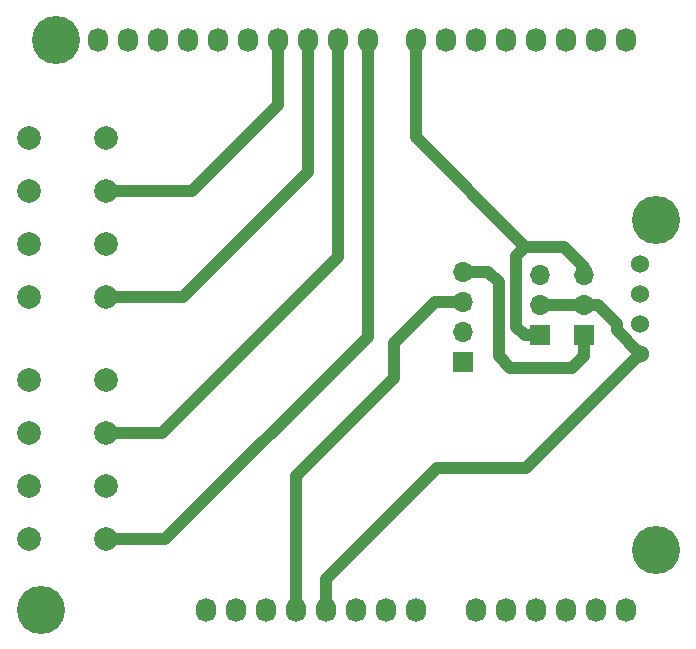
<source format=gbr>
%TF.GenerationSoftware,KiCad,Pcbnew,(5.1.9-0-10_14)*%
%TF.CreationDate,2021-08-16T13:27:39+08:00*%
%TF.ProjectId,arduino_oled_sonic,61726475-696e-46f5-9f6f-6c65645f736f,rev?*%
%TF.SameCoordinates,Original*%
%TF.FileFunction,Copper,L1,Top*%
%TF.FilePolarity,Positive*%
%FSLAX46Y46*%
G04 Gerber Fmt 4.6, Leading zero omitted, Abs format (unit mm)*
G04 Created by KiCad (PCBNEW (5.1.9-0-10_14)) date 2021-08-16 13:27:39*
%MOMM*%
%LPD*%
G01*
G04 APERTURE LIST*
%TA.AperFunction,ComponentPad*%
%ADD10O,1.700000X1.700000*%
%TD*%
%TA.AperFunction,ComponentPad*%
%ADD11R,1.700000X1.700000*%
%TD*%
%TA.AperFunction,ComponentPad*%
%ADD12C,2.000000*%
%TD*%
%TA.AperFunction,ComponentPad*%
%ADD13C,1.530000*%
%TD*%
%TA.AperFunction,ComponentPad*%
%ADD14O,1.727200X2.032000*%
%TD*%
%TA.AperFunction,ComponentPad*%
%ADD15C,4.064000*%
%TD*%
%TA.AperFunction,Conductor*%
%ADD16C,1.000000*%
%TD*%
G04 APERTURE END LIST*
D10*
%TO.P,J3,3*%
%TO.N,GND*%
X167248000Y-95535000D03*
%TO.P,J3,2*%
%TO.N,+5V*%
X167248000Y-98075000D03*
D11*
%TO.P,J3,1*%
%TO.N,/7*%
X167248000Y-100615000D03*
%TD*%
D10*
%TO.P,J2,3*%
%TO.N,/7*%
X170998000Y-95535000D03*
%TO.P,J2,2*%
%TO.N,+5V*%
X170998000Y-98075000D03*
D11*
%TO.P,J2,1*%
%TO.N,GND*%
X170998000Y-100615000D03*
%TD*%
D12*
%TO.P,SW4,1*%
%TO.N,GND*%
X130498000Y-113365000D03*
%TO.P,SW4,2*%
%TO.N,/8*%
X130498000Y-117865000D03*
%TO.P,SW4,1*%
%TO.N,GND*%
X123998000Y-113365000D03*
%TO.P,SW4,2*%
%TO.N,/8*%
X123998000Y-117865000D03*
%TD*%
%TO.P,SW3,1*%
%TO.N,GND*%
X130498000Y-104365000D03*
%TO.P,SW3,2*%
%TO.N,/9(\u002A\u002A)*%
X130498000Y-108865000D03*
%TO.P,SW3,1*%
%TO.N,GND*%
X123998000Y-104365000D03*
%TO.P,SW3,2*%
%TO.N,/9(\u002A\u002A)*%
X123998000Y-108865000D03*
%TD*%
%TO.P,SW2,1*%
%TO.N,GND*%
X130498000Y-92865000D03*
%TO.P,SW2,2*%
%TO.N,/10(\u002A\u002A/SS)*%
X130498000Y-97365000D03*
%TO.P,SW2,1*%
%TO.N,GND*%
X123998000Y-92865000D03*
%TO.P,SW2,2*%
%TO.N,/10(\u002A\u002A/SS)*%
X123998000Y-97365000D03*
%TD*%
%TO.P,SW1,1*%
%TO.N,GND*%
X130498000Y-83865000D03*
%TO.P,SW1,2*%
%TO.N,/11(\u002A\u002A/MOSI)*%
X130498000Y-88365000D03*
%TO.P,SW1,1*%
%TO.N,GND*%
X123998000Y-83865000D03*
%TO.P,SW1,2*%
%TO.N,/11(\u002A\u002A/MOSI)*%
X123998000Y-88365000D03*
%TD*%
D10*
%TO.P,J1,4*%
%TO.N,GND*%
X160748000Y-95245000D03*
%TO.P,J1,3*%
%TO.N,+3V3*%
X160748000Y-97785000D03*
%TO.P,J1,2*%
%TO.N,/A5(SCL)*%
X160748000Y-100325000D03*
D11*
%TO.P,J1,1*%
%TO.N,/A4(SDA)*%
X160748000Y-102865000D03*
%TD*%
D13*
%TO.P,U1,2*%
%TO.N,/12(MISO)*%
X175748000Y-99635000D03*
%TO.P,U1,3*%
%TO.N,/13(SCK)*%
X175748000Y-97095000D03*
%TO.P,U1,4*%
%TO.N,GND*%
X175748000Y-94555000D03*
%TO.P,U1,1*%
%TO.N,+5V*%
X175748000Y-102175000D03*
%TD*%
D14*
%TO.P,P1,1*%
%TO.N,Net-(P1-Pad1)*%
X138938000Y-123825000D03*
%TO.P,P1,2*%
%TO.N,/IOREF*%
X141478000Y-123825000D03*
%TO.P,P1,3*%
%TO.N,/Reset*%
X144018000Y-123825000D03*
%TO.P,P1,4*%
%TO.N,+3V3*%
X146558000Y-123825000D03*
%TO.P,P1,5*%
%TO.N,+5V*%
X149098000Y-123825000D03*
%TO.P,P1,6*%
%TO.N,GND*%
X151638000Y-123825000D03*
%TO.P,P1,7*%
X154178000Y-123825000D03*
%TO.P,P1,8*%
%TO.N,/Vin*%
X156718000Y-123825000D03*
%TD*%
%TO.P,P2,1*%
%TO.N,/A0*%
X161798000Y-123825000D03*
%TO.P,P2,2*%
%TO.N,/A1*%
X164338000Y-123825000D03*
%TO.P,P2,3*%
%TO.N,/A2*%
X166878000Y-123825000D03*
%TO.P,P2,4*%
%TO.N,/A3*%
X169418000Y-123825000D03*
%TO.P,P2,5*%
%TO.N,/A4(SDA)*%
X171958000Y-123825000D03*
%TO.P,P2,6*%
%TO.N,/A5(SCL)*%
X174498000Y-123825000D03*
%TD*%
%TO.P,P3,1*%
%TO.N,Net-(P3-Pad1)*%
X129794000Y-75565000D03*
%TO.P,P3,2*%
%TO.N,Net-(P3-Pad2)*%
X132334000Y-75565000D03*
%TO.P,P3,3*%
%TO.N,/AREF*%
X134874000Y-75565000D03*
%TO.P,P3,4*%
%TO.N,GND*%
X137414000Y-75565000D03*
%TO.P,P3,5*%
%TO.N,/13(SCK)*%
X139954000Y-75565000D03*
%TO.P,P3,6*%
%TO.N,/12(MISO)*%
X142494000Y-75565000D03*
%TO.P,P3,7*%
%TO.N,/11(\u002A\u002A/MOSI)*%
X145034000Y-75565000D03*
%TO.P,P3,8*%
%TO.N,/10(\u002A\u002A/SS)*%
X147574000Y-75565000D03*
%TO.P,P3,9*%
%TO.N,/9(\u002A\u002A)*%
X150114000Y-75565000D03*
%TO.P,P3,10*%
%TO.N,/8*%
X152654000Y-75565000D03*
%TD*%
%TO.P,P4,1*%
%TO.N,/7*%
X156718000Y-75565000D03*
%TO.P,P4,2*%
%TO.N,/6(\u002A\u002A)*%
X159258000Y-75565000D03*
%TO.P,P4,3*%
%TO.N,/5(\u002A\u002A)*%
X161798000Y-75565000D03*
%TO.P,P4,4*%
%TO.N,/4*%
X164338000Y-75565000D03*
%TO.P,P4,5*%
%TO.N,/3(\u002A\u002A)*%
X166878000Y-75565000D03*
%TO.P,P4,6*%
%TO.N,/2*%
X169418000Y-75565000D03*
%TO.P,P4,7*%
%TO.N,/1(Tx)*%
X171958000Y-75565000D03*
%TO.P,P4,8*%
%TO.N,/0(Rx)*%
X174498000Y-75565000D03*
%TD*%
D15*
%TO.P,P5,1*%
%TO.N,Net-(P5-Pad1)*%
X124968000Y-123825000D03*
%TD*%
%TO.P,P6,1*%
%TO.N,Net-(P6-Pad1)*%
X177038000Y-118745000D03*
%TD*%
%TO.P,P7,1*%
%TO.N,Net-(P7-Pad1)*%
X126238000Y-75565000D03*
%TD*%
%TO.P,P8,1*%
%TO.N,Net-(P8-Pad1)*%
X177038000Y-90805000D03*
%TD*%
D16*
%TO.N,+5V*%
X149098000Y-123825000D02*
X149098000Y-121265000D01*
X149098000Y-121265000D02*
X158498000Y-111865000D01*
X166058000Y-111865000D02*
X175748000Y-102175000D01*
X158498000Y-111865000D02*
X166058000Y-111865000D01*
X167248000Y-98075000D02*
X170998000Y-98075000D01*
X172200081Y-98075000D02*
X173748000Y-99622919D01*
X170998000Y-98075000D02*
X172200081Y-98075000D01*
X173748000Y-100175000D02*
X175748000Y-102175000D01*
X173748000Y-99622919D02*
X173748000Y-100175000D01*
%TO.N,GND*%
X170998000Y-100615000D02*
X170998000Y-102365000D01*
X170998000Y-102365000D02*
X169998000Y-103365000D01*
X169998000Y-103365000D02*
X164748000Y-103365000D01*
X164748000Y-103365000D02*
X163748000Y-102365000D01*
X163748000Y-102365000D02*
X163748000Y-96115000D01*
X162878000Y-95245000D02*
X160748000Y-95245000D01*
X163748000Y-96115000D02*
X162878000Y-95245000D01*
%TO.N,/9(\u002A\u002A)*%
X150114000Y-93999000D02*
X150114000Y-91481000D01*
X135248000Y-108865000D02*
X150114000Y-93999000D01*
X150114000Y-75565000D02*
X150114000Y-91481000D01*
X130498000Y-108865000D02*
X134498000Y-108865000D01*
X134498000Y-108865000D02*
X135248000Y-108865000D01*
X133248000Y-108865000D02*
X134498000Y-108865000D01*
%TO.N,/8*%
X152654000Y-100709000D02*
X152654000Y-97209000D01*
X135498000Y-117865000D02*
X152654000Y-100709000D01*
X152654000Y-97209000D02*
X152654000Y-75565000D01*
X133248000Y-117865000D02*
X133748000Y-117865000D01*
X133748000Y-117865000D02*
X130498000Y-117865000D01*
X133748000Y-117865000D02*
X135498000Y-117865000D01*
%TO.N,/7*%
X167248000Y-100615000D02*
X165998000Y-100615000D01*
X165998000Y-100615000D02*
X165248000Y-99865000D01*
X165248000Y-99865000D02*
X165248000Y-93865000D01*
X165248000Y-93865000D02*
X165998000Y-93115000D01*
X165998000Y-93115000D02*
X169248000Y-93115000D01*
X170998000Y-94865000D02*
X170998000Y-95535000D01*
X169248000Y-93115000D02*
X170998000Y-94865000D01*
X156718000Y-83835000D02*
X165998000Y-93115000D01*
X156718000Y-75565000D02*
X156718000Y-83835000D01*
%TO.N,/10(\u002A\u002A/SS)*%
X147574000Y-86789000D02*
X147574000Y-75565000D01*
X136998000Y-97365000D02*
X147574000Y-86789000D01*
X130498000Y-97365000D02*
X134748000Y-97365000D01*
X134748000Y-97365000D02*
X136998000Y-97365000D01*
X133248000Y-97365000D02*
X134748000Y-97365000D01*
%TO.N,+3V3*%
X146558000Y-123825000D02*
X146558000Y-112555000D01*
X160748000Y-97785000D02*
X158328000Y-97785000D01*
X154873000Y-101240000D02*
X154873000Y-104240000D01*
X158328000Y-97785000D02*
X154873000Y-101240000D01*
X146558000Y-112555000D02*
X154873000Y-104240000D01*
%TO.N,/11(\u002A\u002A/MOSI)*%
X145034000Y-81079000D02*
X145034000Y-77105001D01*
X137748000Y-88365000D02*
X145034000Y-81079000D01*
X145034000Y-77105001D02*
X145034000Y-75565000D01*
X130498000Y-88365000D02*
X134498000Y-88365000D01*
X134498000Y-88365000D02*
X137748000Y-88365000D01*
X133248000Y-88365000D02*
X134498000Y-88365000D01*
%TD*%
M02*

</source>
